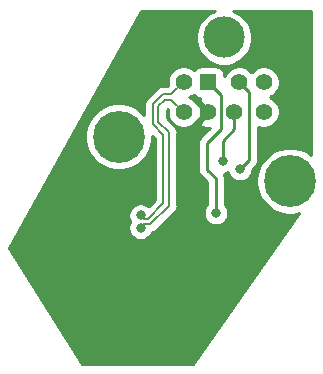
<source format=gbr>
%TF.GenerationSoftware,KiCad,Pcbnew,5.1.12-84ad8e8a86~92~ubuntu20.04.1*%
%TF.CreationDate,2021-12-06T23:40:28-06:00*%
%TF.ProjectId,portboard_dt,706f7274-626f-4617-9264-5f64742e6b69,rev?*%
%TF.SameCoordinates,Original*%
%TF.FileFunction,Copper,L2,Bot*%
%TF.FilePolarity,Positive*%
%FSLAX46Y46*%
G04 Gerber Fmt 4.6, Leading zero omitted, Abs format (unit mm)*
G04 Created by KiCad (PCBNEW 5.1.12-84ad8e8a86~92~ubuntu20.04.1) date 2021-12-06 23:40:28*
%MOMM*%
%LPD*%
G01*
G04 APERTURE LIST*
%TA.AperFunction,ComponentPad*%
%ADD10C,3.500000*%
%TD*%
%TA.AperFunction,ComponentPad*%
%ADD11C,1.422400*%
%TD*%
%TA.AperFunction,ComponentPad*%
%ADD12R,1.422400X1.422400*%
%TD*%
%TA.AperFunction,ComponentPad*%
%ADD13C,4.400000*%
%TD*%
%TA.AperFunction,ViaPad*%
%ADD14C,0.800000*%
%TD*%
%TA.AperFunction,Conductor*%
%ADD15C,0.250000*%
%TD*%
%TA.AperFunction,Conductor*%
%ADD16C,0.200000*%
%TD*%
%TA.AperFunction,Conductor*%
%ADD17C,0.254000*%
%TD*%
%TA.AperFunction,Conductor*%
%ADD18C,0.150000*%
%TD*%
G04 APERTURE END LIST*
D10*
%TO.P,J2,SH2*%
%TO.N,N/C*%
X115874800Y-70104000D03*
D11*
%TO.P,J2,2*%
%TO.N,/HSKi*%
X117174800Y-73904000D03*
D12*
%TO.P,J2,1*%
%TO.N,/HSKo*%
X114574800Y-73904000D03*
D11*
%TO.P,J2,3*%
%TO.N,/TXD-*%
X112474800Y-73904000D03*
%TO.P,J2,5*%
%TO.N,/RXD-*%
X119274800Y-73904000D03*
%TO.P,J2,8*%
%TO.N,/RXD+*%
X119274800Y-76404000D03*
%TO.P,J2,6*%
%TO.N,/TXD+*%
X112474800Y-76404000D03*
%TO.P,J2,4*%
%TO.N,GND*%
X114574800Y-76404000D03*
%TO.P,J2,7*%
%TO.N,/GPi*%
X116774800Y-76404000D03*
%TD*%
D13*
%TO.P,H2,1*%
%TO.N,N/C*%
X121477900Y-82261400D03*
%TD*%
%TO.P,H1,1*%
%TO.N,N/C*%
X106977920Y-78501400D03*
%TD*%
D14*
%TO.N,GND*%
X110337600Y-92684600D03*
X106883200Y-92710000D03*
X108127800Y-91211400D03*
%TO.N,/HSKo*%
X115214400Y-84988400D03*
%TO.N,/HSKi*%
X117246400Y-81254600D03*
%TO.N,/TXD-*%
X108839000Y-85174600D03*
%TO.N,/TXD+*%
X108839000Y-86224600D03*
%TO.N,/GPi*%
X115798600Y-80594200D03*
%TD*%
D15*
%TO.N,GND*%
X114574800Y-76404000D02*
X112903000Y-78075800D01*
X112903000Y-78075800D02*
X112903000Y-89077800D01*
X110337600Y-91643200D02*
X110337600Y-92684600D01*
X112903000Y-89077800D02*
X110337600Y-91643200D01*
X106883200Y-92456000D02*
X108127800Y-91211400D01*
X106883200Y-92710000D02*
X106883200Y-92456000D01*
%TO.N,/HSKo*%
X114477800Y-79019400D02*
X115671600Y-77825600D01*
X114477800Y-81305400D02*
X114477800Y-79019400D01*
X115214400Y-82042000D02*
X114477800Y-81305400D01*
X115671600Y-75000800D02*
X114574800Y-73904000D01*
X115671600Y-77825600D02*
X115671600Y-75000800D01*
X115214400Y-84988400D02*
X115214400Y-82042000D01*
%TO.N,/HSKi*%
X118008400Y-74737600D02*
X117174800Y-73904000D01*
X118008400Y-80492600D02*
X118008400Y-74737600D01*
X117246400Y-81254600D02*
X118008400Y-80492600D01*
D16*
%TO.N,/TXD-*%
X109139000Y-85474600D02*
X108839000Y-85174600D01*
X109457000Y-85474600D02*
X109139000Y-85474600D01*
X110773000Y-84158600D02*
X109457000Y-85474600D01*
X109884000Y-75751200D02*
X109884000Y-77436200D01*
X110773000Y-78325200D02*
X110773000Y-84158600D01*
X109884000Y-77436200D02*
X110773000Y-78325200D01*
X112474800Y-73904000D02*
X111449800Y-74929000D01*
X111449800Y-74929000D02*
X110706200Y-74929000D01*
X110706200Y-74929000D02*
X109884000Y-75751200D01*
%TO.N,/TXD+*%
X112474800Y-76404000D02*
X111449800Y-75379000D01*
X111223000Y-78138800D02*
X111223000Y-84345000D01*
X111449800Y-75379000D02*
X110892600Y-75379000D01*
X109139000Y-85924600D02*
X108839000Y-86224600D01*
X110892600Y-75379000D02*
X110334000Y-75937600D01*
X110334000Y-75937600D02*
X110334000Y-77249800D01*
X111223000Y-84345000D02*
X109643400Y-85924600D01*
X110334000Y-77249800D02*
X111223000Y-78138800D01*
X109643400Y-85924600D02*
X109139000Y-85924600D01*
D15*
%TO.N,/GPi*%
X116774800Y-77865400D02*
X116774800Y-76404000D01*
X115798600Y-78841600D02*
X116774800Y-77865400D01*
X115798600Y-80594200D02*
X115798600Y-78841600D01*
%TD*%
D17*
%TO.N,GND*%
X114745079Y-67990440D02*
X114354451Y-68251450D01*
X114022250Y-68583651D01*
X113761240Y-68974279D01*
X113581454Y-69408321D01*
X113489800Y-69869098D01*
X113489800Y-70338902D01*
X113581454Y-70799679D01*
X113761240Y-71233721D01*
X114022250Y-71624349D01*
X114354451Y-71956550D01*
X114745079Y-72217560D01*
X115179121Y-72397346D01*
X115639898Y-72489000D01*
X116109702Y-72489000D01*
X116570479Y-72397346D01*
X117004521Y-72217560D01*
X117395149Y-71956550D01*
X117727350Y-71624349D01*
X117988360Y-71233721D01*
X118168146Y-70799679D01*
X118259800Y-70338902D01*
X118259800Y-69869098D01*
X118168146Y-69408321D01*
X117988360Y-68974279D01*
X117727350Y-68583651D01*
X117395149Y-68251450D01*
X117004521Y-67990440D01*
X116632635Y-67836400D01*
X123292900Y-67836400D01*
X123292901Y-80067106D01*
X123285107Y-80059312D01*
X122820776Y-79749056D01*
X122304839Y-79535348D01*
X121757123Y-79426400D01*
X121198677Y-79426400D01*
X120650961Y-79535348D01*
X120135024Y-79749056D01*
X119670693Y-80059312D01*
X119275812Y-80454193D01*
X118965556Y-80918524D01*
X118751848Y-81434461D01*
X118642900Y-81982177D01*
X118642900Y-82540623D01*
X118751848Y-83088339D01*
X118965556Y-83604276D01*
X119275812Y-84068607D01*
X119670693Y-84463488D01*
X120135024Y-84773744D01*
X120650961Y-84987452D01*
X121198677Y-85096400D01*
X121757123Y-85096400D01*
X122251615Y-84998039D01*
X113245648Y-97716410D01*
X103881572Y-97716410D01*
X97712152Y-87918625D01*
X103118712Y-78222177D01*
X104142920Y-78222177D01*
X104142920Y-78780623D01*
X104251868Y-79328339D01*
X104465576Y-79844276D01*
X104775832Y-80308607D01*
X105170713Y-80703488D01*
X105635044Y-81013744D01*
X106150981Y-81227452D01*
X106698697Y-81336400D01*
X107257143Y-81336400D01*
X107804859Y-81227452D01*
X108320796Y-81013744D01*
X108785127Y-80703488D01*
X109180008Y-80308607D01*
X109490264Y-79844276D01*
X109703972Y-79328339D01*
X109812920Y-78780623D01*
X109812920Y-78404567D01*
X110038000Y-78629647D01*
X110038001Y-83854152D01*
X109510132Y-84382021D01*
X109498774Y-84370663D01*
X109329256Y-84257395D01*
X109140898Y-84179374D01*
X108940939Y-84139600D01*
X108737061Y-84139600D01*
X108537102Y-84179374D01*
X108348744Y-84257395D01*
X108179226Y-84370663D01*
X108035063Y-84514826D01*
X107921795Y-84684344D01*
X107843774Y-84872702D01*
X107804000Y-85072661D01*
X107804000Y-85276539D01*
X107843774Y-85476498D01*
X107921795Y-85664856D01*
X107945010Y-85699600D01*
X107921795Y-85734344D01*
X107843774Y-85922702D01*
X107804000Y-86122661D01*
X107804000Y-86326539D01*
X107843774Y-86526498D01*
X107921795Y-86714856D01*
X108035063Y-86884374D01*
X108179226Y-87028537D01*
X108348744Y-87141805D01*
X108537102Y-87219826D01*
X108737061Y-87259600D01*
X108940939Y-87259600D01*
X109140898Y-87219826D01*
X109329256Y-87141805D01*
X109498774Y-87028537D01*
X109642937Y-86884374D01*
X109756205Y-86714856D01*
X109783329Y-86649374D01*
X109787485Y-86648965D01*
X109926033Y-86606937D01*
X110053720Y-86538687D01*
X110165638Y-86446838D01*
X110188658Y-86418788D01*
X111717193Y-84890254D01*
X111745238Y-84867238D01*
X111837087Y-84755320D01*
X111839805Y-84750235D01*
X111905337Y-84627634D01*
X111947365Y-84489085D01*
X111961556Y-84345000D01*
X111958000Y-84308895D01*
X111958000Y-78174905D01*
X111961556Y-78138800D01*
X111947365Y-77994715D01*
X111941131Y-77974165D01*
X111905337Y-77856167D01*
X111837087Y-77728480D01*
X111780984Y-77660119D01*
X111768253Y-77644606D01*
X111768250Y-77644603D01*
X111745237Y-77616562D01*
X111717197Y-77593550D01*
X111069000Y-76945354D01*
X111069000Y-76242046D01*
X111150690Y-76160357D01*
X111128600Y-76271411D01*
X111128600Y-76536589D01*
X111180333Y-76796672D01*
X111281813Y-77041665D01*
X111429138Y-77262153D01*
X111616647Y-77449662D01*
X111837135Y-77596987D01*
X112082128Y-77698467D01*
X112342211Y-77750200D01*
X112607389Y-77750200D01*
X112867472Y-77698467D01*
X113112465Y-77596987D01*
X113332953Y-77449662D01*
X113520462Y-77262153D01*
X113600703Y-77142063D01*
X113645527Y-77153668D01*
X114395195Y-76404000D01*
X113645527Y-75654332D01*
X113600703Y-75665937D01*
X113520462Y-75545847D01*
X113332953Y-75358338D01*
X113112465Y-75211013D01*
X112974824Y-75154000D01*
X113112465Y-75096987D01*
X113325144Y-74954880D01*
X113333063Y-74969694D01*
X113412415Y-75066385D01*
X113509106Y-75145737D01*
X113619420Y-75204702D01*
X113739118Y-75241012D01*
X113863600Y-75253272D01*
X113882468Y-75253272D01*
X113825132Y-75474727D01*
X114574800Y-76224395D01*
X114588943Y-76210253D01*
X114768548Y-76389858D01*
X114754405Y-76404000D01*
X114768548Y-76418143D01*
X114588943Y-76597748D01*
X114574800Y-76583605D01*
X113825132Y-77333273D01*
X113885952Y-77568183D01*
X114126309Y-77680202D01*
X114383902Y-77743176D01*
X114648830Y-77754687D01*
X114671152Y-77751246D01*
X113966798Y-78455601D01*
X113937800Y-78479399D01*
X113914002Y-78508397D01*
X113914001Y-78508398D01*
X113842826Y-78595124D01*
X113772254Y-78727154D01*
X113764449Y-78752886D01*
X113737539Y-78841600D01*
X113728798Y-78870415D01*
X113714124Y-79019400D01*
X113717801Y-79056732D01*
X113717800Y-81268077D01*
X113714124Y-81305400D01*
X113717800Y-81342722D01*
X113717800Y-81342732D01*
X113728797Y-81454385D01*
X113759772Y-81556498D01*
X113772254Y-81597646D01*
X113842826Y-81729676D01*
X113859303Y-81749753D01*
X113937799Y-81845401D01*
X113966802Y-81869203D01*
X114454401Y-82356803D01*
X114454400Y-84284689D01*
X114410463Y-84328626D01*
X114297195Y-84498144D01*
X114219174Y-84686502D01*
X114179400Y-84886461D01*
X114179400Y-85090339D01*
X114219174Y-85290298D01*
X114297195Y-85478656D01*
X114410463Y-85648174D01*
X114554626Y-85792337D01*
X114724144Y-85905605D01*
X114912502Y-85983626D01*
X115112461Y-86023400D01*
X115316339Y-86023400D01*
X115516298Y-85983626D01*
X115704656Y-85905605D01*
X115874174Y-85792337D01*
X116018337Y-85648174D01*
X116131605Y-85478656D01*
X116209626Y-85290298D01*
X116249400Y-85090339D01*
X116249400Y-84886461D01*
X116209626Y-84686502D01*
X116131605Y-84498144D01*
X116018337Y-84328626D01*
X115974400Y-84284689D01*
X115974400Y-82079325D01*
X115978076Y-82042000D01*
X115974400Y-82004675D01*
X115974400Y-82004667D01*
X115963403Y-81893014D01*
X115919946Y-81749753D01*
X115855508Y-81629200D01*
X115900539Y-81629200D01*
X116100498Y-81589426D01*
X116245756Y-81529258D01*
X116251174Y-81556498D01*
X116329195Y-81744856D01*
X116442463Y-81914374D01*
X116586626Y-82058537D01*
X116756144Y-82171805D01*
X116944502Y-82249826D01*
X117144461Y-82289600D01*
X117348339Y-82289600D01*
X117548298Y-82249826D01*
X117736656Y-82171805D01*
X117906174Y-82058537D01*
X118050337Y-81914374D01*
X118163605Y-81744856D01*
X118241626Y-81556498D01*
X118281400Y-81356539D01*
X118281400Y-81294402D01*
X118519404Y-81056398D01*
X118548401Y-81032601D01*
X118643374Y-80916876D01*
X118713946Y-80784847D01*
X118757403Y-80641586D01*
X118768400Y-80529933D01*
X118768400Y-80529925D01*
X118772076Y-80492600D01*
X118768400Y-80455275D01*
X118768400Y-77651359D01*
X118882128Y-77698467D01*
X119142211Y-77750200D01*
X119407389Y-77750200D01*
X119667472Y-77698467D01*
X119912465Y-77596987D01*
X120132953Y-77449662D01*
X120320462Y-77262153D01*
X120467787Y-77041665D01*
X120569267Y-76796672D01*
X120621000Y-76536589D01*
X120621000Y-76271411D01*
X120569267Y-76011328D01*
X120467787Y-75766335D01*
X120320462Y-75545847D01*
X120132953Y-75358338D01*
X119912465Y-75211013D01*
X119774824Y-75154000D01*
X119912465Y-75096987D01*
X120132953Y-74949662D01*
X120320462Y-74762153D01*
X120467787Y-74541665D01*
X120569267Y-74296672D01*
X120621000Y-74036589D01*
X120621000Y-73771411D01*
X120569267Y-73511328D01*
X120467787Y-73266335D01*
X120320462Y-73045847D01*
X120132953Y-72858338D01*
X119912465Y-72711013D01*
X119667472Y-72609533D01*
X119407389Y-72557800D01*
X119142211Y-72557800D01*
X118882128Y-72609533D01*
X118637135Y-72711013D01*
X118416647Y-72858338D01*
X118229138Y-73045847D01*
X118224800Y-73052339D01*
X118220462Y-73045847D01*
X118032953Y-72858338D01*
X117812465Y-72711013D01*
X117567472Y-72609533D01*
X117307389Y-72557800D01*
X117042211Y-72557800D01*
X116782128Y-72609533D01*
X116537135Y-72711013D01*
X116316647Y-72858338D01*
X116129138Y-73045847D01*
X115981813Y-73266335D01*
X115924072Y-73405733D01*
X115924072Y-73192800D01*
X115911812Y-73068318D01*
X115875502Y-72948620D01*
X115816537Y-72838306D01*
X115737185Y-72741615D01*
X115640494Y-72662263D01*
X115530180Y-72603298D01*
X115410482Y-72566988D01*
X115286000Y-72554728D01*
X113863600Y-72554728D01*
X113739118Y-72566988D01*
X113619420Y-72603298D01*
X113509106Y-72662263D01*
X113412415Y-72741615D01*
X113333063Y-72838306D01*
X113325144Y-72853120D01*
X113112465Y-72711013D01*
X112867472Y-72609533D01*
X112607389Y-72557800D01*
X112342211Y-72557800D01*
X112082128Y-72609533D01*
X111837135Y-72711013D01*
X111616647Y-72858338D01*
X111429138Y-73045847D01*
X111281813Y-73266335D01*
X111180333Y-73511328D01*
X111128600Y-73771411D01*
X111128600Y-74036589D01*
X111157495Y-74181858D01*
X111145354Y-74194000D01*
X110742294Y-74194000D01*
X110706199Y-74190445D01*
X110670104Y-74194000D01*
X110670095Y-74194000D01*
X110562115Y-74204635D01*
X110423567Y-74246663D01*
X110295880Y-74314913D01*
X110183962Y-74406762D01*
X110160946Y-74434807D01*
X109389808Y-75205946D01*
X109361762Y-75228963D01*
X109269913Y-75340881D01*
X109201663Y-75468568D01*
X109183853Y-75527280D01*
X109159635Y-75607115D01*
X109145444Y-75751200D01*
X109149000Y-75787305D01*
X109149001Y-76663186D01*
X108785127Y-76299312D01*
X108320796Y-75989056D01*
X107804859Y-75775348D01*
X107257143Y-75666400D01*
X106698697Y-75666400D01*
X106150981Y-75775348D01*
X105635044Y-75989056D01*
X105170713Y-76299312D01*
X104775832Y-76694193D01*
X104465576Y-77158524D01*
X104251868Y-77674461D01*
X104142920Y-78222177D01*
X103118712Y-78222177D01*
X108909631Y-67836400D01*
X115116965Y-67836400D01*
X114745079Y-67990440D01*
%TA.AperFunction,Conductor*%
D18*
G36*
X114745079Y-67990440D02*
G01*
X114354451Y-68251450D01*
X114022250Y-68583651D01*
X113761240Y-68974279D01*
X113581454Y-69408321D01*
X113489800Y-69869098D01*
X113489800Y-70338902D01*
X113581454Y-70799679D01*
X113761240Y-71233721D01*
X114022250Y-71624349D01*
X114354451Y-71956550D01*
X114745079Y-72217560D01*
X115179121Y-72397346D01*
X115639898Y-72489000D01*
X116109702Y-72489000D01*
X116570479Y-72397346D01*
X117004521Y-72217560D01*
X117395149Y-71956550D01*
X117727350Y-71624349D01*
X117988360Y-71233721D01*
X118168146Y-70799679D01*
X118259800Y-70338902D01*
X118259800Y-69869098D01*
X118168146Y-69408321D01*
X117988360Y-68974279D01*
X117727350Y-68583651D01*
X117395149Y-68251450D01*
X117004521Y-67990440D01*
X116632635Y-67836400D01*
X123292900Y-67836400D01*
X123292901Y-80067106D01*
X123285107Y-80059312D01*
X122820776Y-79749056D01*
X122304839Y-79535348D01*
X121757123Y-79426400D01*
X121198677Y-79426400D01*
X120650961Y-79535348D01*
X120135024Y-79749056D01*
X119670693Y-80059312D01*
X119275812Y-80454193D01*
X118965556Y-80918524D01*
X118751848Y-81434461D01*
X118642900Y-81982177D01*
X118642900Y-82540623D01*
X118751848Y-83088339D01*
X118965556Y-83604276D01*
X119275812Y-84068607D01*
X119670693Y-84463488D01*
X120135024Y-84773744D01*
X120650961Y-84987452D01*
X121198677Y-85096400D01*
X121757123Y-85096400D01*
X122251615Y-84998039D01*
X113245648Y-97716410D01*
X103881572Y-97716410D01*
X97712152Y-87918625D01*
X103118712Y-78222177D01*
X104142920Y-78222177D01*
X104142920Y-78780623D01*
X104251868Y-79328339D01*
X104465576Y-79844276D01*
X104775832Y-80308607D01*
X105170713Y-80703488D01*
X105635044Y-81013744D01*
X106150981Y-81227452D01*
X106698697Y-81336400D01*
X107257143Y-81336400D01*
X107804859Y-81227452D01*
X108320796Y-81013744D01*
X108785127Y-80703488D01*
X109180008Y-80308607D01*
X109490264Y-79844276D01*
X109703972Y-79328339D01*
X109812920Y-78780623D01*
X109812920Y-78404567D01*
X110038000Y-78629647D01*
X110038001Y-83854152D01*
X109510132Y-84382021D01*
X109498774Y-84370663D01*
X109329256Y-84257395D01*
X109140898Y-84179374D01*
X108940939Y-84139600D01*
X108737061Y-84139600D01*
X108537102Y-84179374D01*
X108348744Y-84257395D01*
X108179226Y-84370663D01*
X108035063Y-84514826D01*
X107921795Y-84684344D01*
X107843774Y-84872702D01*
X107804000Y-85072661D01*
X107804000Y-85276539D01*
X107843774Y-85476498D01*
X107921795Y-85664856D01*
X107945010Y-85699600D01*
X107921795Y-85734344D01*
X107843774Y-85922702D01*
X107804000Y-86122661D01*
X107804000Y-86326539D01*
X107843774Y-86526498D01*
X107921795Y-86714856D01*
X108035063Y-86884374D01*
X108179226Y-87028537D01*
X108348744Y-87141805D01*
X108537102Y-87219826D01*
X108737061Y-87259600D01*
X108940939Y-87259600D01*
X109140898Y-87219826D01*
X109329256Y-87141805D01*
X109498774Y-87028537D01*
X109642937Y-86884374D01*
X109756205Y-86714856D01*
X109783329Y-86649374D01*
X109787485Y-86648965D01*
X109926033Y-86606937D01*
X110053720Y-86538687D01*
X110165638Y-86446838D01*
X110188658Y-86418788D01*
X111717193Y-84890254D01*
X111745238Y-84867238D01*
X111837087Y-84755320D01*
X111839805Y-84750235D01*
X111905337Y-84627634D01*
X111947365Y-84489085D01*
X111961556Y-84345000D01*
X111958000Y-84308895D01*
X111958000Y-78174905D01*
X111961556Y-78138800D01*
X111947365Y-77994715D01*
X111941131Y-77974165D01*
X111905337Y-77856167D01*
X111837087Y-77728480D01*
X111780984Y-77660119D01*
X111768253Y-77644606D01*
X111768250Y-77644603D01*
X111745237Y-77616562D01*
X111717197Y-77593550D01*
X111069000Y-76945354D01*
X111069000Y-76242046D01*
X111150690Y-76160357D01*
X111128600Y-76271411D01*
X111128600Y-76536589D01*
X111180333Y-76796672D01*
X111281813Y-77041665D01*
X111429138Y-77262153D01*
X111616647Y-77449662D01*
X111837135Y-77596987D01*
X112082128Y-77698467D01*
X112342211Y-77750200D01*
X112607389Y-77750200D01*
X112867472Y-77698467D01*
X113112465Y-77596987D01*
X113332953Y-77449662D01*
X113520462Y-77262153D01*
X113600703Y-77142063D01*
X113645527Y-77153668D01*
X114395195Y-76404000D01*
X113645527Y-75654332D01*
X113600703Y-75665937D01*
X113520462Y-75545847D01*
X113332953Y-75358338D01*
X113112465Y-75211013D01*
X112974824Y-75154000D01*
X113112465Y-75096987D01*
X113325144Y-74954880D01*
X113333063Y-74969694D01*
X113412415Y-75066385D01*
X113509106Y-75145737D01*
X113619420Y-75204702D01*
X113739118Y-75241012D01*
X113863600Y-75253272D01*
X113882468Y-75253272D01*
X113825132Y-75474727D01*
X114574800Y-76224395D01*
X114588943Y-76210253D01*
X114768548Y-76389858D01*
X114754405Y-76404000D01*
X114768548Y-76418143D01*
X114588943Y-76597748D01*
X114574800Y-76583605D01*
X113825132Y-77333273D01*
X113885952Y-77568183D01*
X114126309Y-77680202D01*
X114383902Y-77743176D01*
X114648830Y-77754687D01*
X114671152Y-77751246D01*
X113966798Y-78455601D01*
X113937800Y-78479399D01*
X113914002Y-78508397D01*
X113914001Y-78508398D01*
X113842826Y-78595124D01*
X113772254Y-78727154D01*
X113764449Y-78752886D01*
X113737539Y-78841600D01*
X113728798Y-78870415D01*
X113714124Y-79019400D01*
X113717801Y-79056732D01*
X113717800Y-81268077D01*
X113714124Y-81305400D01*
X113717800Y-81342722D01*
X113717800Y-81342732D01*
X113728797Y-81454385D01*
X113759772Y-81556498D01*
X113772254Y-81597646D01*
X113842826Y-81729676D01*
X113859303Y-81749753D01*
X113937799Y-81845401D01*
X113966802Y-81869203D01*
X114454401Y-82356803D01*
X114454400Y-84284689D01*
X114410463Y-84328626D01*
X114297195Y-84498144D01*
X114219174Y-84686502D01*
X114179400Y-84886461D01*
X114179400Y-85090339D01*
X114219174Y-85290298D01*
X114297195Y-85478656D01*
X114410463Y-85648174D01*
X114554626Y-85792337D01*
X114724144Y-85905605D01*
X114912502Y-85983626D01*
X115112461Y-86023400D01*
X115316339Y-86023400D01*
X115516298Y-85983626D01*
X115704656Y-85905605D01*
X115874174Y-85792337D01*
X116018337Y-85648174D01*
X116131605Y-85478656D01*
X116209626Y-85290298D01*
X116249400Y-85090339D01*
X116249400Y-84886461D01*
X116209626Y-84686502D01*
X116131605Y-84498144D01*
X116018337Y-84328626D01*
X115974400Y-84284689D01*
X115974400Y-82079325D01*
X115978076Y-82042000D01*
X115974400Y-82004675D01*
X115974400Y-82004667D01*
X115963403Y-81893014D01*
X115919946Y-81749753D01*
X115855508Y-81629200D01*
X115900539Y-81629200D01*
X116100498Y-81589426D01*
X116245756Y-81529258D01*
X116251174Y-81556498D01*
X116329195Y-81744856D01*
X116442463Y-81914374D01*
X116586626Y-82058537D01*
X116756144Y-82171805D01*
X116944502Y-82249826D01*
X117144461Y-82289600D01*
X117348339Y-82289600D01*
X117548298Y-82249826D01*
X117736656Y-82171805D01*
X117906174Y-82058537D01*
X118050337Y-81914374D01*
X118163605Y-81744856D01*
X118241626Y-81556498D01*
X118281400Y-81356539D01*
X118281400Y-81294402D01*
X118519404Y-81056398D01*
X118548401Y-81032601D01*
X118643374Y-80916876D01*
X118713946Y-80784847D01*
X118757403Y-80641586D01*
X118768400Y-80529933D01*
X118768400Y-80529925D01*
X118772076Y-80492600D01*
X118768400Y-80455275D01*
X118768400Y-77651359D01*
X118882128Y-77698467D01*
X119142211Y-77750200D01*
X119407389Y-77750200D01*
X119667472Y-77698467D01*
X119912465Y-77596987D01*
X120132953Y-77449662D01*
X120320462Y-77262153D01*
X120467787Y-77041665D01*
X120569267Y-76796672D01*
X120621000Y-76536589D01*
X120621000Y-76271411D01*
X120569267Y-76011328D01*
X120467787Y-75766335D01*
X120320462Y-75545847D01*
X120132953Y-75358338D01*
X119912465Y-75211013D01*
X119774824Y-75154000D01*
X119912465Y-75096987D01*
X120132953Y-74949662D01*
X120320462Y-74762153D01*
X120467787Y-74541665D01*
X120569267Y-74296672D01*
X120621000Y-74036589D01*
X120621000Y-73771411D01*
X120569267Y-73511328D01*
X120467787Y-73266335D01*
X120320462Y-73045847D01*
X120132953Y-72858338D01*
X119912465Y-72711013D01*
X119667472Y-72609533D01*
X119407389Y-72557800D01*
X119142211Y-72557800D01*
X118882128Y-72609533D01*
X118637135Y-72711013D01*
X118416647Y-72858338D01*
X118229138Y-73045847D01*
X118224800Y-73052339D01*
X118220462Y-73045847D01*
X118032953Y-72858338D01*
X117812465Y-72711013D01*
X117567472Y-72609533D01*
X117307389Y-72557800D01*
X117042211Y-72557800D01*
X116782128Y-72609533D01*
X116537135Y-72711013D01*
X116316647Y-72858338D01*
X116129138Y-73045847D01*
X115981813Y-73266335D01*
X115924072Y-73405733D01*
X115924072Y-73192800D01*
X115911812Y-73068318D01*
X115875502Y-72948620D01*
X115816537Y-72838306D01*
X115737185Y-72741615D01*
X115640494Y-72662263D01*
X115530180Y-72603298D01*
X115410482Y-72566988D01*
X115286000Y-72554728D01*
X113863600Y-72554728D01*
X113739118Y-72566988D01*
X113619420Y-72603298D01*
X113509106Y-72662263D01*
X113412415Y-72741615D01*
X113333063Y-72838306D01*
X113325144Y-72853120D01*
X113112465Y-72711013D01*
X112867472Y-72609533D01*
X112607389Y-72557800D01*
X112342211Y-72557800D01*
X112082128Y-72609533D01*
X111837135Y-72711013D01*
X111616647Y-72858338D01*
X111429138Y-73045847D01*
X111281813Y-73266335D01*
X111180333Y-73511328D01*
X111128600Y-73771411D01*
X111128600Y-74036589D01*
X111157495Y-74181858D01*
X111145354Y-74194000D01*
X110742294Y-74194000D01*
X110706199Y-74190445D01*
X110670104Y-74194000D01*
X110670095Y-74194000D01*
X110562115Y-74204635D01*
X110423567Y-74246663D01*
X110295880Y-74314913D01*
X110183962Y-74406762D01*
X110160946Y-74434807D01*
X109389808Y-75205946D01*
X109361762Y-75228963D01*
X109269913Y-75340881D01*
X109201663Y-75468568D01*
X109183853Y-75527280D01*
X109159635Y-75607115D01*
X109145444Y-75751200D01*
X109149000Y-75787305D01*
X109149001Y-76663186D01*
X108785127Y-76299312D01*
X108320796Y-75989056D01*
X107804859Y-75775348D01*
X107257143Y-75666400D01*
X106698697Y-75666400D01*
X106150981Y-75775348D01*
X105635044Y-75989056D01*
X105170713Y-76299312D01*
X104775832Y-76694193D01*
X104465576Y-77158524D01*
X104251868Y-77674461D01*
X104142920Y-78222177D01*
X103118712Y-78222177D01*
X108909631Y-67836400D01*
X115116965Y-67836400D01*
X114745079Y-67990440D01*
G37*
%TD.AperFunction*%
%TD*%
M02*

</source>
